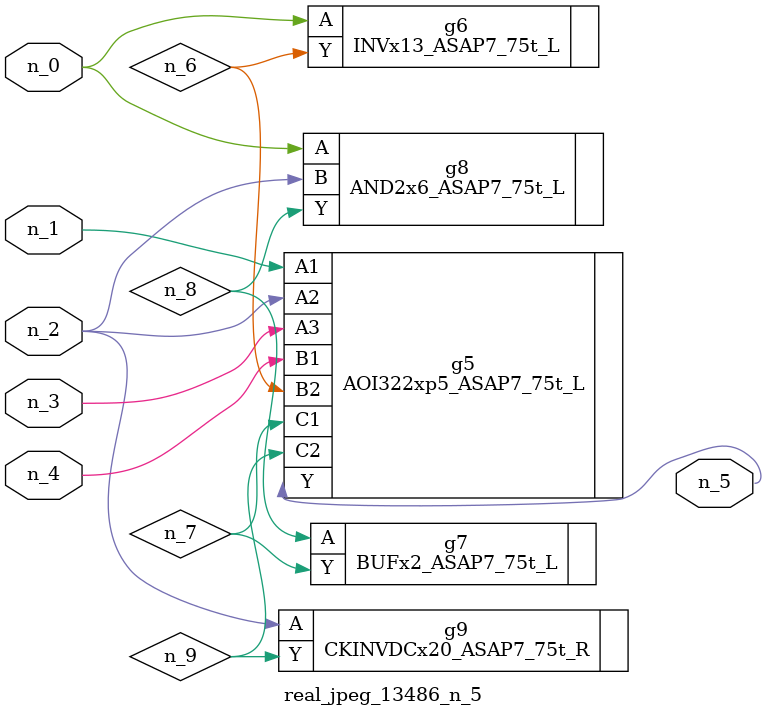
<source format=v>
module real_jpeg_13486_n_5 (n_4, n_0, n_1, n_2, n_3, n_5);

input n_4;
input n_0;
input n_1;
input n_2;
input n_3;

output n_5;

wire n_8;
wire n_6;
wire n_7;
wire n_9;

INVx13_ASAP7_75t_L g6 ( 
.A(n_0),
.Y(n_6)
);

AND2x6_ASAP7_75t_L g8 ( 
.A(n_0),
.B(n_2),
.Y(n_8)
);

AOI322xp5_ASAP7_75t_L g5 ( 
.A1(n_1),
.A2(n_2),
.A3(n_3),
.B1(n_4),
.B2(n_6),
.C1(n_7),
.C2(n_9),
.Y(n_5)
);

CKINVDCx20_ASAP7_75t_R g9 ( 
.A(n_2),
.Y(n_9)
);

BUFx2_ASAP7_75t_L g7 ( 
.A(n_8),
.Y(n_7)
);


endmodule
</source>
